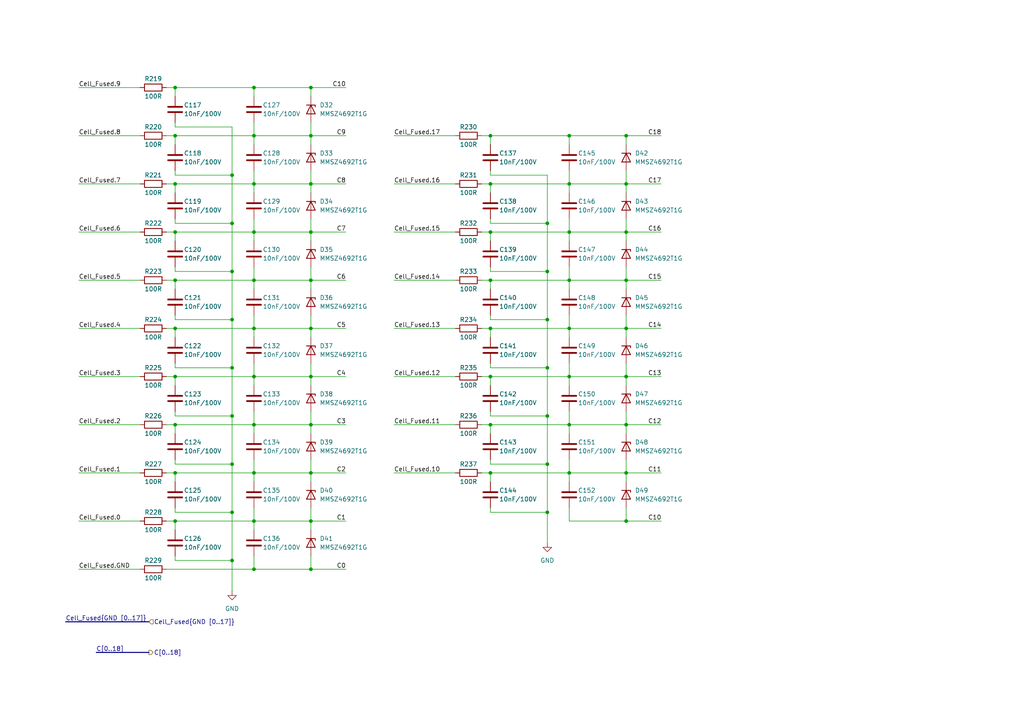
<source format=kicad_sch>
(kicad_sch (version 20230121) (generator eeschema)
  (paper "A4")
  (lib_symbols
    (symbol "Device:C" (pin_numbers hide) (pin_names (offset 0.254))
      (property "Reference" "C" (at 0.635 2.54 0))
      (property "Value" "C" (at 0.635 -2.54 0))
      (symbol "C_0_1"
        (polyline (pts (xy -2.032 -0.762) (xy 2.032 -0.762)) (stroke (width 0.508)))
        (polyline (pts (xy -2.032 0.762) (xy 2.032 0.762)) (stroke (width 0.508)))
      )
      (symbol "C_1_1"
        (pin passive line (at 0 3.81 270) (length 2.794) (name "~") (number "1"))
        (pin passive line (at 0 -3.81 90) (length 2.794) (name "~") (number "2"))
      )
    )
    (symbol "Device:D_Zener" (pin_numbers hide) (pin_names (offset 1.016) hide)
      (property "Reference" "D" (at 0 2.54 0))
      (property "Value" "D_Zener" (at 0 -2.54 0))
      (symbol "D_Zener_0_1"
        (polyline (pts (xy 1.27 0) (xy -1.27 0)))
        (polyline (pts (xy -1.27 -1.27) (xy -1.27 1.27) (xy -0.762 1.27)) (stroke (width 0.254)))
        (polyline (pts (xy 1.27 -1.27) (xy 1.27 1.27) (xy -1.27 0) (xy 1.27 -1.27)) (stroke (width 0.254)))
      )
      (symbol "D_Zener_1_1"
        (pin passive line (at -3.81 0 0) (length 2.54) (name "K") (number "1"))
        (pin passive line (at 3.81 0 180) (length 2.54) (name "A") (number "2"))
      )
    )
    (symbol "Device:R" (pin_numbers hide) (pin_names (offset 0))
      (property "Reference" "R" (at 2.032 0 90))
      (property "Value" "R" (at 0 0 90))
      (symbol "R_0_1"
        (rectangle (start -1.016 -2.54) (end 1.016 2.54) (stroke (width 0.254)))
      )
      (symbol "R_1_1"
        (pin passive line (at 0 3.81 270) (length 1.27) (name "~") (number "1"))
        (pin passive line (at 0 -3.81 90) (length 1.27) (name "~") (number "2"))
      )
    )
    (symbol "power:GND" (power) (pin_names (offset 0))
      (property "Value" "GND" (at 0 -3.81 0))
      (symbol "GND_0_1"
        (polyline (pts (xy 0 0) (xy 0 -1.27) (xy 1.27 -1.27) (xy 0 -2.54) (xy -1.27 -1.27) (xy 0 -1.27)))
      )
      (symbol "GND_1_1"
        (pin power_in line (at 0 0 270) (length 0) hide (name "GND") (number "1"))
      )
    )
  )
  (junction (at 50.8 25.4))
  (junction (at 165.1 39.37))
  (junction (at 181.61 39.37))
  (junction (at 90.17 25.4))
  (junction (at 181.61 109.22))
  (junction (at 90.17 151.13))
  (junction (at 142.24 53.34))
  (junction (at 50.8 95.25))
  (junction (at 158.75 78.74))
  (junction (at 90.17 53.34))
  (junction (at 50.8 39.37))
  (junction (at 73.66 123.19))
  (junction (at 142.24 123.19))
  (junction (at 90.17 81.28))
  (junction (at 67.31 106.68))
  (junction (at 73.66 25.4))
  (junction (at 165.1 95.25))
  (junction (at 73.66 137.16))
  (junction (at 142.24 39.37))
  (junction (at 67.31 162.56))
  (junction (at 165.1 109.22))
  (junction (at 158.75 148.59))
  (junction (at 67.31 148.59))
  (junction (at 158.75 64.77))
  (junction (at 181.61 151.13))
  (junction (at 165.1 137.16))
  (junction (at 67.31 50.8))
  (junction (at 50.8 151.13))
  (junction (at 50.8 81.28))
  (junction (at 142.24 67.31))
  (junction (at 181.61 81.28))
  (junction (at 165.1 81.28))
  (junction (at 73.66 67.31))
  (junction (at 90.17 137.16))
  (junction (at 50.8 53.34))
  (junction (at 165.1 67.31))
  (junction (at 73.66 165.1))
  (junction (at 67.31 134.62))
  (junction (at 50.8 109.22))
  (junction (at 67.31 64.77))
  (junction (at 165.1 123.19))
  (junction (at 73.66 81.28))
  (junction (at 90.17 165.1))
  (junction (at 90.17 109.22))
  (junction (at 90.17 67.31))
  (junction (at 158.75 134.62))
  (junction (at 90.17 95.25))
  (junction (at 73.66 39.37))
  (junction (at 142.24 81.28))
  (junction (at 50.8 137.16))
  (junction (at 181.61 67.31))
  (junction (at 158.75 92.71))
  (junction (at 181.61 123.19))
  (junction (at 142.24 95.25))
  (junction (at 90.17 123.19))
  (junction (at 67.31 120.65))
  (junction (at 50.8 123.19))
  (junction (at 181.61 137.16))
  (junction (at 73.66 95.25))
  (junction (at 90.17 39.37))
  (junction (at 67.31 78.74))
  (junction (at 181.61 53.34))
  (junction (at 158.75 120.65))
  (junction (at 73.66 109.22))
  (junction (at 73.66 53.34))
  (junction (at 158.75 106.68))
  (junction (at 73.66 151.13))
  (junction (at 142.24 137.16))
  (junction (at 142.24 109.22))
  (junction (at 165.1 53.34))
  (junction (at 50.8 67.31))
  (junction (at 181.61 95.25))
  (junction (at 67.31 92.71))
  (wire (pts (xy 50.8 123.19) (xy 73.66 123.19)))
  (wire (pts (xy 73.66 81.28) (xy 73.66 83.82)))
  (wire (pts (xy 50.8 39.37) (xy 73.66 39.37)))
  (wire (pts (xy 50.8 39.37) (xy 50.8 41.91)))
  (wire (pts (xy 90.17 81.28) (xy 100.33 81.28)))
  (wire (pts (xy 50.8 109.22) (xy 50.8 111.76)))
  (wire (pts (xy 90.17 77.47) (xy 90.17 81.28)))
  (wire (pts (xy 50.8 25.4) (xy 73.66 25.4)))
  (wire (pts (xy 67.31 36.83) (xy 67.31 50.8)))
  (wire (pts (xy 142.24 123.19) (xy 165.1 123.19)))
  (wire (pts (xy 90.17 151.13) (xy 100.33 151.13)))
  (wire (pts (xy 139.7 95.25) (xy 142.24 95.25)))
  (wire (pts (xy 142.24 53.34) (xy 165.1 53.34)))
  (wire (pts (xy 73.66 105.41) (xy 73.66 109.22)))
  (wire (pts (xy 50.8 50.8) (xy 67.31 50.8)))
  (wire (pts (xy 73.66 109.22) (xy 73.66 111.76)))
  (wire (pts (xy 181.61 53.34) (xy 191.77 53.34)))
  (wire (pts (xy 165.1 119.38) (xy 165.1 123.19)))
  (wire (pts (xy 142.24 78.74) (xy 158.75 78.74)))
  (wire (pts (xy 90.17 63.5) (xy 90.17 67.31)))
  (wire (pts (xy 73.66 81.28) (xy 90.17 81.28)))
  (wire (pts (xy 165.1 95.25) (xy 165.1 97.79)))
  (wire (pts (xy 73.66 91.44) (xy 73.66 95.25)))
  (wire (pts (xy 22.86 81.28) (xy 40.64 81.28)))
  (wire (pts (xy 67.31 106.68) (xy 67.31 120.65)))
  (wire (pts (xy 142.24 147.32) (xy 142.24 148.59)))
  (wire (pts (xy 181.61 63.5) (xy 181.61 67.31)))
  (wire (pts (xy 50.8 147.32) (xy 50.8 148.59)))
  (wire (pts (xy 114.3 95.25) (xy 132.08 95.25)))
  (wire (pts (xy 90.17 67.31) (xy 90.17 69.85)))
  (wire (pts (xy 114.3 81.28) (xy 132.08 81.28)))
  (wire (pts (xy 50.8 133.35) (xy 50.8 134.62)))
  (wire (pts (xy 158.75 148.59) (xy 158.75 157.48)))
  (wire (pts (xy 73.66 67.31) (xy 73.66 69.85)))
  (wire (pts (xy 90.17 137.16) (xy 100.33 137.16)))
  (wire (pts (xy 48.26 123.19) (xy 50.8 123.19)))
  (wire (pts (xy 50.8 151.13) (xy 73.66 151.13)))
  (wire (pts (xy 90.17 95.25) (xy 100.33 95.25)))
  (wire (pts (xy 50.8 81.28) (xy 73.66 81.28)))
  (wire (pts (xy 142.24 123.19) (xy 142.24 125.73)))
  (wire (pts (xy 22.86 123.19) (xy 40.64 123.19)))
  (wire (pts (xy 165.1 39.37) (xy 165.1 41.91)))
  (wire (pts (xy 114.3 137.16) (xy 132.08 137.16)))
  (wire (pts (xy 142.24 49.53) (xy 142.24 50.8)))
  (wire (pts (xy 165.1 49.53) (xy 165.1 53.34)))
  (wire (pts (xy 165.1 67.31) (xy 181.61 67.31)))
  (wire (pts (xy 165.1 105.41) (xy 165.1 109.22)))
  (wire (pts (xy 90.17 25.4) (xy 100.33 25.4)))
  (wire (pts (xy 22.86 109.22) (xy 40.64 109.22)))
  (wire (pts (xy 73.66 63.5) (xy 73.66 67.31)))
  (wire (pts (xy 90.17 109.22) (xy 100.33 109.22)))
  (wire (pts (xy 165.1 81.28) (xy 165.1 83.82)))
  (wire (pts (xy 139.7 137.16) (xy 142.24 137.16)))
  (wire (pts (xy 165.1 151.13) (xy 181.61 151.13)))
  (wire (pts (xy 22.86 95.25) (xy 40.64 95.25)))
  (wire (pts (xy 48.26 25.4) (xy 50.8 25.4)))
  (wire (pts (xy 142.24 119.38) (xy 142.24 120.65)))
  (wire (pts (xy 142.24 106.68) (xy 158.75 106.68)))
  (wire (pts (xy 165.1 137.16) (xy 165.1 139.7)))
  (wire (pts (xy 90.17 95.25) (xy 90.17 97.79)))
  (wire (pts (xy 139.7 67.31) (xy 142.24 67.31)))
  (wire (pts (xy 165.1 109.22) (xy 165.1 111.76)))
  (wire (pts (xy 73.66 25.4) (xy 90.17 25.4)))
  (wire (pts (xy 181.61 95.25) (xy 181.61 97.79)))
  (wire (pts (xy 90.17 133.35) (xy 90.17 137.16)))
  (wire (pts (xy 50.8 25.4) (xy 50.8 27.94)))
  (wire (pts (xy 50.8 81.28) (xy 50.8 83.82)))
  (wire (pts (xy 50.8 161.29) (xy 50.8 162.56)))
  (wire (pts (xy 181.61 109.22) (xy 181.61 111.76)))
  (wire (pts (xy 73.66 49.53) (xy 73.66 53.34)))
  (wire (pts (xy 50.8 64.77) (xy 67.31 64.77)))
  (wire (pts (xy 50.8 123.19) (xy 50.8 125.73)))
  (wire (pts (xy 181.61 105.41) (xy 181.61 109.22)))
  (wire (pts (xy 142.24 137.16) (xy 165.1 137.16)))
  (wire (pts (xy 48.26 109.22) (xy 50.8 109.22)))
  (wire (pts (xy 165.1 91.44) (xy 165.1 95.25)))
  (wire (pts (xy 158.75 134.62) (xy 158.75 148.59)))
  (wire (pts (xy 139.7 39.37) (xy 142.24 39.37)))
  (wire (pts (xy 114.3 67.31) (xy 132.08 67.31)))
  (wire (pts (xy 73.66 123.19) (xy 73.66 125.73)))
  (wire (pts (xy 73.66 95.25) (xy 73.66 97.79)))
  (wire (pts (xy 73.66 119.38) (xy 73.66 123.19)))
  (wire (pts (xy 73.66 35.56) (xy 73.66 39.37)))
  (wire (pts (xy 67.31 64.77) (xy 67.31 78.74)))
  (wire (pts (xy 90.17 35.56) (xy 90.17 39.37)))
  (wire (pts (xy 142.24 109.22) (xy 165.1 109.22)))
  (wire (pts (xy 22.86 137.16) (xy 40.64 137.16)))
  (wire (pts (xy 181.61 133.35) (xy 181.61 137.16)))
  (wire (pts (xy 90.17 81.28) (xy 90.17 83.82)))
  (wire (pts (xy 50.8 162.56) (xy 67.31 162.56)))
  (wire (pts (xy 181.61 119.38) (xy 181.61 123.19)))
  (wire (pts (xy 90.17 123.19) (xy 100.33 123.19)))
  (wire (pts (xy 73.66 39.37) (xy 90.17 39.37)))
  (wire (pts (xy 73.66 133.35) (xy 73.66 137.16)))
  (wire (pts (xy 73.66 67.31) (xy 90.17 67.31)))
  (wire (pts (xy 50.8 120.65) (xy 67.31 120.65)))
  (wire (pts (xy 67.31 120.65) (xy 67.31 134.62)))
  (wire (pts (xy 142.24 50.8) (xy 158.75 50.8)))
  (wire (pts (xy 158.75 106.68) (xy 158.75 120.65)))
  (wire (pts (xy 73.66 109.22) (xy 90.17 109.22)))
  (wire (pts (xy 142.24 109.22) (xy 142.24 111.76)))
  (wire (pts (xy 67.31 162.56) (xy 67.31 171.45)))
  (wire (pts (xy 142.24 67.31) (xy 142.24 69.85)))
  (wire (pts (xy 73.66 151.13) (xy 73.66 153.67)))
  (wire (pts (xy 73.66 161.29) (xy 73.66 165.1)))
  (wire (pts (xy 90.17 109.22) (xy 90.17 111.76)))
  (wire (pts (xy 90.17 119.38) (xy 90.17 123.19)))
  (wire (pts (xy 48.26 151.13) (xy 50.8 151.13)))
  (wire (pts (xy 90.17 39.37) (xy 90.17 41.91)))
  (wire (pts (xy 165.1 63.5) (xy 165.1 67.31)))
  (wire (pts (xy 158.75 92.71) (xy 158.75 106.68)))
  (wire (pts (xy 50.8 92.71) (xy 67.31 92.71)))
  (wire (pts (xy 165.1 39.37) (xy 181.61 39.37)))
  (wire (pts (xy 165.1 123.19) (xy 181.61 123.19)))
  (wire (pts (xy 73.66 123.19) (xy 90.17 123.19)))
  (wire (pts (xy 73.66 137.16) (xy 73.66 139.7)))
  (wire (pts (xy 142.24 92.71) (xy 158.75 92.71)))
  (wire (pts (xy 142.24 39.37) (xy 165.1 39.37)))
  (wire (pts (xy 114.3 109.22) (xy 132.08 109.22)))
  (wire (pts (xy 158.75 120.65) (xy 158.75 134.62)))
  (wire (pts (xy 165.1 81.28) (xy 181.61 81.28)))
  (wire (pts (xy 181.61 67.31) (xy 181.61 69.85)))
  (wire (pts (xy 165.1 77.47) (xy 165.1 81.28)))
  (wire (pts (xy 142.24 67.31) (xy 165.1 67.31)))
  (wire (pts (xy 114.3 53.34) (xy 132.08 53.34)))
  (wire (pts (xy 48.26 165.1) (xy 73.66 165.1)))
  (wire (pts (xy 50.8 106.68) (xy 67.31 106.68)))
  (wire (pts (xy 142.24 133.35) (xy 142.24 134.62)))
  (wire (pts (xy 50.8 49.53) (xy 50.8 50.8)))
  (wire (pts (xy 181.61 137.16) (xy 181.61 139.7)))
  (wire (pts (xy 142.24 81.28) (xy 142.24 83.82)))
  (wire (pts (xy 67.31 50.8) (xy 67.31 64.77)))
  (wire (pts (xy 181.61 109.22) (xy 191.77 109.22)))
  (wire (pts (xy 90.17 39.37) (xy 100.33 39.37)))
  (wire (pts (xy 50.8 36.83) (xy 67.31 36.83)))
  (bus (pts (xy 19.05 180.34) (xy 43.18 180.34)))
  (wire (pts (xy 50.8 77.47) (xy 50.8 78.74)))
  (wire (pts (xy 181.61 81.28) (xy 181.61 83.82)))
  (wire (pts (xy 50.8 134.62) (xy 67.31 134.62)))
  (wire (pts (xy 165.1 53.34) (xy 181.61 53.34)))
  (wire (pts (xy 50.8 91.44) (xy 50.8 92.71)))
  (wire (pts (xy 165.1 53.34) (xy 165.1 55.88)))
  (wire (pts (xy 165.1 95.25) (xy 181.61 95.25)))
  (wire (pts (xy 50.8 137.16) (xy 73.66 137.16)))
  (wire (pts (xy 181.61 95.25) (xy 191.77 95.25)))
  (wire (pts (xy 50.8 119.38) (xy 50.8 120.65)))
  (wire (pts (xy 50.8 67.31) (xy 50.8 69.85)))
  (wire (pts (xy 90.17 123.19) (xy 90.17 125.73)))
  (wire (pts (xy 90.17 53.34) (xy 90.17 55.88)))
  (wire (pts (xy 165.1 67.31) (xy 165.1 69.85)))
  (wire (pts (xy 142.24 105.41) (xy 142.24 106.68)))
  (wire (pts (xy 142.24 63.5) (xy 142.24 64.77)))
  (wire (pts (xy 50.8 95.25) (xy 50.8 97.79)))
  (wire (pts (xy 67.31 148.59) (xy 67.31 162.56)))
  (wire (pts (xy 90.17 91.44) (xy 90.17 95.25)))
  (wire (pts (xy 67.31 134.62) (xy 67.31 148.59)))
  (wire (pts (xy 50.8 78.74) (xy 67.31 78.74)))
  (wire (pts (xy 48.26 39.37) (xy 50.8 39.37)))
  (wire (pts (xy 22.86 53.34) (xy 40.64 53.34)))
  (wire (pts (xy 50.8 63.5) (xy 50.8 64.77)))
  (wire (pts (xy 181.61 123.19) (xy 181.61 125.73)))
  (wire (pts (xy 139.7 53.34) (xy 142.24 53.34)))
  (wire (pts (xy 50.8 53.34) (xy 73.66 53.34)))
  (wire (pts (xy 142.24 95.25) (xy 142.24 97.79)))
  (wire (pts (xy 142.24 53.34) (xy 142.24 55.88)))
  (wire (pts (xy 181.61 81.28) (xy 191.77 81.28)))
  (wire (pts (xy 48.26 53.34) (xy 50.8 53.34)))
  (wire (pts (xy 90.17 147.32) (xy 90.17 151.13)))
  (wire (pts (xy 90.17 25.4) (xy 90.17 27.94)))
  (wire (pts (xy 181.61 67.31) (xy 191.77 67.31)))
  (wire (pts (xy 181.61 147.32) (xy 181.61 151.13)))
  (wire (pts (xy 22.86 25.4) (xy 40.64 25.4)))
  (wire (pts (xy 50.8 53.34) (xy 50.8 55.88)))
  (wire (pts (xy 73.66 25.4) (xy 73.66 27.94)))
  (wire (pts (xy 181.61 49.53) (xy 181.61 53.34)))
  (wire (pts (xy 165.1 137.16) (xy 181.61 137.16)))
  (wire (pts (xy 165.1 147.32) (xy 165.1 151.13)))
  (wire (pts (xy 165.1 133.35) (xy 165.1 137.16)))
  (wire (pts (xy 67.31 92.71) (xy 67.31 106.68)))
  (wire (pts (xy 73.66 53.34) (xy 73.66 55.88)))
  (wire (pts (xy 67.31 78.74) (xy 67.31 92.71)))
  (wire (pts (xy 50.8 148.59) (xy 67.31 148.59)))
  (wire (pts (xy 114.3 123.19) (xy 132.08 123.19)))
  (wire (pts (xy 139.7 123.19) (xy 142.24 123.19)))
  (wire (pts (xy 73.66 151.13) (xy 90.17 151.13)))
  (wire (pts (xy 90.17 49.53) (xy 90.17 53.34)))
  (wire (pts (xy 142.24 81.28) (xy 165.1 81.28)))
  (wire (pts (xy 181.61 137.16) (xy 191.77 137.16)))
  (wire (pts (xy 73.66 77.47) (xy 73.66 81.28)))
  (wire (pts (xy 50.8 109.22) (xy 73.66 109.22)))
  (wire (pts (xy 22.86 67.31) (xy 40.64 67.31)))
  (wire (pts (xy 90.17 137.16) (xy 90.17 139.7)))
  (wire (pts (xy 181.61 39.37) (xy 181.61 41.91)))
  (wire (pts (xy 158.75 50.8) (xy 158.75 64.77)))
  (wire (pts (xy 165.1 123.19) (xy 165.1 125.73)))
  (wire (pts (xy 73.66 147.32) (xy 73.66 151.13)))
  (wire (pts (xy 50.8 137.16) (xy 50.8 139.7)))
  (wire (pts (xy 142.24 77.47) (xy 142.24 78.74)))
  (wire (pts (xy 22.86 151.13) (xy 40.64 151.13)))
  (wire (pts (xy 142.24 91.44) (xy 142.24 92.71)))
  (wire (pts (xy 90.17 105.41) (xy 90.17 109.22)))
  (wire (pts (xy 48.26 81.28) (xy 50.8 81.28)))
  (wire (pts (xy 73.66 165.1) (xy 90.17 165.1)))
  (wire (pts (xy 181.61 53.34) (xy 181.61 55.88)))
  (wire (pts (xy 165.1 109.22) (xy 181.61 109.22)))
  (bus (pts (xy 27.94 189.23) (xy 43.18 189.23)))
  (wire (pts (xy 114.3 39.37) (xy 132.08 39.37)))
  (wire (pts (xy 90.17 67.31) (xy 100.33 67.31)))
  (wire (pts (xy 22.86 165.1) (xy 40.64 165.1)))
  (wire (pts (xy 181.61 77.47) (xy 181.61 81.28)))
  (wire (pts (xy 142.24 120.65) (xy 158.75 120.65)))
  (wire (pts (xy 50.8 67.31) (xy 73.66 67.31)))
  (wire (pts (xy 48.26 67.31) (xy 50.8 67.31)))
  (wire (pts (xy 142.24 95.25) (xy 165.1 95.25)))
  (wire (pts (xy 50.8 151.13) (xy 50.8 153.67)))
  (wire (pts (xy 181.61 91.44) (xy 181.61 95.25)))
  (wire (pts (xy 142.24 39.37) (xy 142.24 41.91)))
  (wire (pts (xy 181.61 151.13) (xy 191.77 151.13)))
  (wire (pts (xy 142.24 148.59) (xy 158.75 148.59)))
  (wire (pts (xy 48.26 137.16) (xy 50.8 137.16)))
  (wire (pts (xy 142.24 64.77) (xy 158.75 64.77)))
  (wire (pts (xy 142.24 134.62) (xy 158.75 134.62)))
  (wire (pts (xy 139.7 81.28) (xy 142.24 81.28)))
  (wire (pts (xy 73.66 53.34) (xy 90.17 53.34)))
  (wire (pts (xy 73.66 95.25) (xy 90.17 95.25)))
  (wire (pts (xy 139.7 109.22) (xy 142.24 109.22)))
  (wire (pts (xy 50.8 105.41) (xy 50.8 106.68)))
  (wire (pts (xy 73.66 39.37) (xy 73.66 41.91)))
  (wire (pts (xy 22.86 39.37) (xy 40.64 39.37)))
  (wire (pts (xy 90.17 53.34) (xy 100.33 53.34)))
  (wire (pts (xy 181.61 123.19) (xy 191.77 123.19)))
  (wire (pts (xy 158.75 78.74) (xy 158.75 92.71)))
  (wire (pts (xy 142.24 137.16) (xy 142.24 139.7)))
  (wire (pts (xy 73.66 137.16) (xy 90.17 137.16)))
  (wire (pts (xy 181.61 39.37) (xy 191.77 39.37)))
  (wire (pts (xy 90.17 165.1) (xy 100.33 165.1)))
  (wire (pts (xy 50.8 95.25) (xy 73.66 95.25)))
  (wire (pts (xy 90.17 151.13) (xy 90.17 153.67)))
  (wire (pts (xy 90.17 161.29) (xy 90.17 165.1)))
  (wire (pts (xy 158.75 64.77) (xy 158.75 78.74)))
  (wire (pts (xy 50.8 35.56) (xy 50.8 36.83)))
  (wire (pts (xy 48.26 95.25) (xy 50.8 95.25)))
  (label "Cell_Fused.16" (at 114.3 53.34 0))
  (label "C9" (at 100.33 39.37 180))
  (label "C2" (at 100.33 137.16 180))
  (label "Cell_Fused.2" (at 22.86 123.19 0))
  (label "C1" (at 100.33 151.13 180))
  (label "C12" (at 187.96 123.19 0))
  (label "C5" (at 100.33 95.25 180))
  (label "Cell_Fused.9" (at 22.86 25.4 0))
  (label "C4" (at 100.33 109.22 180))
  (label "Cell_Fused.11" (at 114.3 123.19 0))
  (label "Cell_Fused.3" (at 22.86 109.22 0))
  (label "C17" (at 187.96 53.34 0))
  (label "C6" (at 100.33 81.28 180))
  (label "C8" (at 100.33 53.34 180))
  (label "C3" (at 100.33 123.19 180))
  (label "Cell_Fused.13" (at 114.3 95.25 0))
  (label "Cell_Fused.15" (at 114.3 67.31 0))
  (label "Cell_Fused.17" (at 114.3 39.37 0))
  (label "C10" (at 187.96 151.13 0))
  (label "Cell_Fused.6" (at 22.86 67.31 0))
  (label "Cell_Fused.7" (at 22.86 53.34 0))
  (label "Cell_Fused.14" (at 114.3 81.28 0))
  (label "C16" (at 187.96 67.31 0))
  (label "C0" (at 100.33 165.1 180))
  (label "Cell_Fused{GND [0..17]}" (at 19.05 180.34 0))
  (label "Cell_Fused.GND" (at 22.86 165.1 0))
  (label "C14" (at 187.96 95.25 0))
  (label "C10" (at 100.33 25.4 180))
  (label "Cell_Fused.5" (at 22.86 81.28 0))
  (label "C15" (at 187.96 81.28 0))
  (label "Cell_Fused.12" (at 114.3 109.22 0))
  (label "Cell_Fused.4" (at 22.86 95.25 0))
  (label "C18" (at 187.96 39.37 0))
  (label "C13" (at 187.96 109.22 0))
  (label "Cell_Fused.8" (at 22.86 39.37 0))
  (label "C11" (at 187.96 137.16 0))
  (label "Cell_Fused.0" (at 22.86 151.13 0))
  (label "Cell_Fused.1" (at 22.86 137.16 0))
  (label "C7" (at 100.33 67.31 180))
  (label "Cell_Fused.10" (at 114.3 137.16 0))
  (label "C[0..18]" (at 27.94 189.23 0))
  (hierarchical_label "Cell_Fused{GND [0..17]}" (shape input) (at 43.18 180.34 0))
  (hierarchical_label "C[0..18]" (shape output) (at 43.18 189.23 0))
  (symbol (lib_id "Device:D_Zener") (at 181.61 59.69 270) (unit 1)
    (property "Reference" "D17" (at 184.15 58.42 90) (effects (justify left)))
    (property "Value" "MMSZ4692T1G" (at 184.15 60.96 90) (effects (justify left)))
    (property "Footprint" "Diode_SMD:D_SOD-123" (effects hide))
    (instances (project "BMS-Slave" (path "" (reference "D43") (unit 1))))
  )
  (symbol (lib_id "Device:C") (at 142.24 87.63 0) (unit 1)
    (property "Reference" "C29" (at 144.78 86.36 0) (effects (justify left)))
    (property "Value" "10nF/100V" (at 144.78 88.9 0) (effects (justify left)))
    (property "Footprint" "Capacitor_SMD:C_0603_1608Metric_Pad1.08x0.95mm_HandSolder" (effects hide))
    (instances (project "BMS-Slave" (path "" (reference "C140") (unit 1))))
  )
  (symbol (lib_id "Device:C") (at 73.66 31.75 0) (unit 1)
    (property "Reference" "C20" (at 76.2 30.48 0) (effects (justify left)))
    (property "Value" "10nF/100V" (at 76.2 33.02 0) (effects (justify left)))
    (property "Footprint" "Capacitor_SMD:C_0603_1608Metric_Pad1.08x0.95mm_HandSolder" (effects hide))
    (instances (project "BMS-Slave" (path "" (reference "C127") (unit 1))))
  )
  (symbol (lib_id "Device:D_Zener") (at 181.61 115.57 270) (unit 1)
    (property "Reference" "D13" (at 184.15 114.3 90) (effects (justify left)))
    (property "Value" "MMSZ4692T1G" (at 184.15 116.84 90) (effects (justify left)))
    (property "Footprint" "Diode_SMD:D_SOD-123" (effects hide))
    (instances (project "BMS-Slave" (path "" (reference "D47") (unit 1))))
  )
  (symbol (lib_id "Device:R") (at 44.45 109.22 90) (unit 1)
    (property "Reference" "R5" (at 44.45 106.68 90))
    (property "Value" "100R" (at 44.45 111.76 90))
    (property "Footprint" "Resistor_SMD:R_0603_1608Metric_Pad0.98x0.95mm_HandSolder" (effects hide))
    (instances (project "BMS-Slave" (path "" (reference "R225") (unit 1))))
  )
  (symbol (lib_id "Device:C") (at 50.8 45.72 0) (unit 1)
    (property "Reference" "C17" (at 53.34 44.45 0) (effects (justify left)))
    (property "Value" "10nF/100V" (at 53.34 46.99 0) (effects (justify left)))
    (property "Footprint" "Capacitor_SMD:C_0603_1608Metric_Pad1.08x0.95mm_HandSolder" (effects hide))
    (instances (project "BMS-Slave" (path "" (reference "C118") (unit 1))))
  )
  (symbol (lib_id "Device:C") (at 73.66 45.72 0) (unit 1)
    (property "Reference" "C18" (at 76.2 44.45 0) (effects (justify left)))
    (property "Value" "10nF/100V" (at 76.2 46.99 0) (effects (justify left)))
    (property "Footprint" "Capacitor_SMD:C_0603_1608Metric_Pad1.08x0.95mm_HandSolder" (effects hide))
    (instances (project "BMS-Slave" (path "" (reference "C128") (unit 1))))
  )
  (symbol (lib_id "Device:R") (at 44.45 25.4 90) (unit 1)
    (property "Reference" "R11" (at 44.45 22.86 90))
    (property "Value" "100R" (at 44.45 27.94 90))
    (property "Footprint" "Resistor_SMD:R_0603_1608Metric_Pad0.98x0.95mm_HandSolder" (effects hide))
    (instances (project "BMS-Slave" (path "" (reference "R219") (unit 1))))
  )
  (symbol (lib_id "Device:R") (at 44.45 95.25 90) (unit 1)
    (property "Reference" "R6" (at 44.45 92.71 90))
    (property "Value" "100R" (at 44.45 97.79 90))
    (property "Footprint" "Resistor_SMD:R_0603_1608Metric_Pad0.98x0.95mm_HandSolder" (effects hide))
    (instances (project "BMS-Slave" (path "" (reference "R224") (unit 1))))
  )
  (symbol (lib_id "Device:D_Zener") (at 181.61 73.66 270) (unit 1)
    (property "Reference" "D16" (at 184.15 72.39 90) (effects (justify left)))
    (property "Value" "MMSZ4692T1G" (at 184.15 74.93 90) (effects (justify left)))
    (property "Footprint" "Diode_SMD:D_SOD-123" (effects hide))
    (instances (project "BMS-Slave" (path "" (reference "D44") (unit 1))))
  )
  (symbol (lib_id "Device:C") (at 165.1 87.63 0) (unit 1)
    (property "Reference" "C30" (at 167.64 86.36 0) (effects (justify left)))
    (property "Value" "10nF/100V" (at 167.64 88.9 0) (effects (justify left)))
    (property "Footprint" "Capacitor_SMD:C_0603_1608Metric_Pad1.08x0.95mm_HandSolder" (effects hide))
    (instances (project "BMS-Slave" (path "" (reference "C148") (unit 1))))
  )
  (symbol (lib_id "Device:R") (at 135.89 137.16 90) (unit 1)
    (property "Reference" "R12" (at 135.89 134.62 90))
    (property "Value" "100R" (at 135.89 139.7 90))
    (property "Footprint" "Resistor_SMD:R_0603_1608Metric_Pad0.98x0.95mm_HandSolder" (effects hide))
    (instances (project "BMS-Slave" (path "" (reference "R237") (unit 1))))
  )
  (symbol (lib_id "Device:R") (at 135.89 53.34 90) (unit 1)
    (property "Reference" "R18" (at 135.89 50.8 90))
    (property "Value" "100R" (at 135.89 55.88 90))
    (property "Footprint" "Resistor_SMD:R_0603_1608Metric_Pad0.98x0.95mm_HandSolder" (effects hide))
    (instances (project "BMS-Slave" (path "" (reference "R231") (unit 1))))
  )
  (symbol (lib_id "Device:C") (at 165.1 143.51 0) (unit 1)
    (property "Reference" "C22" (at 167.64 142.24 0) (effects (justify left)))
    (property "Value" "10nF/100V" (at 167.64 144.78 0) (effects (justify left)))
    (property "Footprint" "Capacitor_SMD:C_0603_1608Metric_Pad1.08x0.95mm_HandSolder" (effects hide))
    (instances (project "BMS-Slave" (path "" (reference "C152") (unit 1))))
  )
  (symbol (lib_id "Device:D_Zener") (at 90.17 115.57 270) (unit 1)
    (property "Reference" "D4" (at 92.71 114.3 90) (effects (justify left)))
    (property "Value" "MMSZ4692T1G" (at 92.71 116.84 90) (effects (justify left)))
    (property "Footprint" "Diode_SMD:D_SOD-123" (effects hide))
    (instances (project "BMS-Slave" (path "" (reference "D38") (unit 1))))
  )
  (symbol (lib_id "Device:D_Zener") (at 181.61 101.6 270) (unit 1)
    (property "Reference" "D14" (at 184.15 100.33 90) (effects (justify left)))
    (property "Value" "MMSZ4692T1G" (at 184.15 102.87 90) (effects (justify left)))
    (property "Footprint" "Diode_SMD:D_SOD-123" (effects hide))
    (instances (project "BMS-Slave" (path "" (reference "D46") (unit 1))))
  )
  (symbol (lib_id "Device:D_Zener") (at 181.61 45.72 270) (unit 1)
    (property "Reference" "D18" (at 184.15 44.45 90) (effects (justify left)))
    (property "Value" "MMSZ4692T1G" (at 184.15 46.99 90) (effects (justify left)))
    (property "Footprint" "Diode_SMD:D_SOD-123" (effects hide))
    (instances (project "BMS-Slave" (path "" (reference "D42") (unit 1))))
  )
  (symbol (lib_id "Device:R") (at 135.89 67.31 90) (unit 1)
    (property "Reference" "R17" (at 135.89 64.77 90))
    (property "Value" "100R" (at 135.89 69.85 90))
    (property "Footprint" "Resistor_SMD:R_0603_1608Metric_Pad0.98x0.95mm_HandSolder" (effects hide))
    (instances (project "BMS-Slave" (path "" (reference "R232") (unit 1))))
  )
  (symbol (lib_id "Device:R") (at 135.89 81.28 90) (unit 1)
    (property "Reference" "R16" (at 135.89 78.74 90))
    (property "Value" "100R" (at 135.89 83.82 90))
    (property "Footprint" "Resistor_SMD:R_0603_1608Metric_Pad0.98x0.95mm_HandSolder" (effects hide))
    (instances (project "BMS-Slave" (path "" (reference "R233") (unit 1))))
  )
  (symbol (lib_id "Device:C") (at 142.24 73.66 0) (unit 1)
    (property "Reference" "C31" (at 144.78 72.39 0) (effects (justify left)))
    (property "Value" "10nF/100V" (at 144.78 74.93 0) (effects (justify left)))
    (property "Footprint" "Capacitor_SMD:C_0603_1608Metric_Pad1.08x0.95mm_HandSolder" (effects hide))
    (instances (project "BMS-Slave" (path "" (reference "C139") (unit 1))))
  )
  (symbol (lib_id "Device:D_Zener") (at 181.61 129.54 270) (unit 1)
    (property "Reference" "D12" (at 184.15 128.27 90) (effects (justify left)))
    (property "Value" "MMSZ4692T1G" (at 184.15 130.81 90) (effects (justify left)))
    (property "Footprint" "Diode_SMD:D_SOD-123" (effects hide))
    (instances (project "BMS-Slave" (path "" (reference "D48") (unit 1))))
  )
  (symbol (lib_id "Device:C") (at 165.1 45.72 0) (unit 1)
    (property "Reference" "C36" (at 167.64 44.45 0) (effects (justify left)))
    (property "Value" "10nF/100V" (at 167.64 46.99 0) (effects (justify left)))
    (property "Footprint" "Capacitor_SMD:C_0603_1608Metric_Pad1.08x0.95mm_HandSolder" (effects hide))
    (instances (project "BMS-Slave" (path "" (reference "C145") (unit 1))))
  )
  (symbol (lib_id "Device:D_Zener") (at 181.61 143.51 270) (unit 1)
    (property "Reference" "D11" (at 184.15 142.24 90) (effects (justify left)))
    (property "Value" "MMSZ4692T1G" (at 184.15 144.78 90) (effects (justify left)))
    (property "Footprint" "Diode_SMD:D_SOD-123" (effects hide))
    (instances (project "BMS-Slave" (path "" (reference "D49") (unit 1))))
  )
  (symbol (lib_id "Device:C") (at 50.8 59.69 0) (unit 1)
    (property "Reference" "C15" (at 53.34 58.42 0) (effects (justify left)))
    (property "Value" "10nF/100V" (at 53.34 60.96 0) (effects (justify left)))
    (property "Footprint" "Capacitor_SMD:C_0603_1608Metric_Pad1.08x0.95mm_HandSolder" (effects hide))
    (instances (project "BMS-Slave" (path "" (reference "C119") (unit 1))))
  )
  (symbol (lib_id "Device:R") (at 44.45 165.1 90) (unit 1)
    (property "Reference" "R1" (at 44.45 162.56 90))
    (property "Value" "100R" (at 44.45 167.64 90))
    (property "Footprint" "Resistor_SMD:R_0603_1608Metric_Pad0.98x0.95mm_HandSolder" (effects hide))
    (instances (project "BMS-Slave" (path "" (reference "R229") (unit 1))))
  )
  (symbol (lib_id "Device:C") (at 165.1 129.54 0) (unit 1)
    (property "Reference" "C24" (at 167.64 128.27 0) (effects (justify left)))
    (property "Value" "10nF/100V" (at 167.64 130.81 0) (effects (justify left)))
    (property "Footprint" "Capacitor_SMD:C_0603_1608Metric_Pad1.08x0.95mm_HandSolder" (effects hide))
    (instances (project "BMS-Slave" (path "" (reference "C151") (unit 1))))
  )
  (symbol (lib_id "Device:C") (at 73.66 157.48 0) (unit 1)
    (property "Reference" "C1" (at 76.2 156.21 0) (effects (justify left)))
    (property "Value" "10nF/100V" (at 76.2 158.75 0) (effects (justify left)))
    (property "Footprint" "Capacitor_SMD:C_0603_1608Metric_Pad1.08x0.95mm_HandSolder" (effects hide))
    (instances (project "BMS-Slave" (path "" (reference "C136") (unit 1))))
  )
  (symbol (lib_id "Device:R") (at 44.45 53.34 90) (unit 1)
    (property "Reference" "R9" (at 44.45 50.8 90))
    (property "Value" "100R" (at 44.45 55.88 90))
    (property "Footprint" "Resistor_SMD:R_0603_1608Metric_Pad0.98x0.95mm_HandSolder" (effects hide))
    (instances (project "BMS-Slave" (path "" (reference "R221") (unit 1))))
  )
  (symbol (lib_id "Device:R") (at 44.45 81.28 90) (unit 1)
    (property "Reference" "R7" (at 44.45 78.74 90))
    (property "Value" "100R" (at 44.45 83.82 90))
    (property "Footprint" "Resistor_SMD:R_0603_1608Metric_Pad0.98x0.95mm_HandSolder" (effects hide))
    (instances (project "BMS-Slave" (path "" (reference "R223") (unit 1))))
  )
  (symbol (lib_id "Device:C") (at 50.8 101.6 0) (unit 1)
    (property "Reference" "C9" (at 53.34 100.33 0) (effects (justify left)))
    (property "Value" "10nF/100V" (at 53.34 102.87 0) (effects (justify left)))
    (property "Footprint" "Capacitor_SMD:C_0603_1608Metric_Pad1.08x0.95mm_HandSolder" (effects hide))
    (instances (project "BMS-Slave" (path "" (reference "C122") (unit 1))))
  )
  (symbol (lib_id "Device:R") (at 44.45 39.37 90) (unit 1)
    (property "Reference" "R10" (at 44.45 36.83 90))
    (property "Value" "100R" (at 44.45 41.91 90))
    (property "Footprint" "Resistor_SMD:R_0603_1608Metric_Pad0.98x0.95mm_HandSolder" (effects hide))
    (instances (project "BMS-Slave" (path "" (reference "R220") (unit 1))))
  )
  (symbol (lib_id "Device:R") (at 44.45 67.31 90) (unit 1)
    (property "Reference" "R8" (at 44.45 64.77 90))
    (property "Value" "100R" (at 44.45 69.85 90))
    (property "Footprint" "Resistor_SMD:R_0603_1608Metric_Pad0.98x0.95mm_HandSolder" (effects hide))
    (instances (project "BMS-Slave" (path "" (reference "R222") (unit 1))))
  )
  (symbol (lib_id "Device:C") (at 73.66 101.6 0) (unit 1)
    (property "Reference" "C10" (at 76.2 100.33 0) (effects (justify left)))
    (property "Value" "10nF/100V" (at 76.2 102.87 0) (effects (justify left)))
    (property "Footprint" "Capacitor_SMD:C_0603_1608Metric_Pad1.08x0.95mm_HandSolder" (effects hide))
    (instances (project "BMS-Slave" (path "" (reference "C132") (unit 1))))
  )
  (symbol (lib_id "Device:C") (at 142.24 101.6 0) (unit 1)
    (property "Reference" "C27" (at 144.78 100.33 0) (effects (justify left)))
    (property "Value" "10nF/100V" (at 144.78 102.87 0) (effects (justify left)))
    (property "Footprint" "Capacitor_SMD:C_0603_1608Metric_Pad1.08x0.95mm_HandSolder" (effects hide))
    (instances (project "BMS-Slave" (path "" (reference "C141") (unit 1))))
  )
  (symbol (lib_id "Device:D_Zener") (at 90.17 73.66 270) (unit 1)
    (property "Reference" "D7" (at 92.71 72.39 90) (effects (justify left)))
    (property "Value" "MMSZ4692T1G" (at 92.71 74.93 90) (effects (justify left)))
    (property "Footprint" "Diode_SMD:D_SOD-123" (effects hide))
    (instances (project "BMS-Slave" (path "" (reference "D35") (unit 1))))
  )
  (symbol (lib_id "Device:R") (at 135.89 39.37 90) (unit 1)
    (property "Reference" "R19" (at 135.89 36.83 90))
    (property "Value" "100R" (at 135.89 41.91 90))
    (property "Footprint" "Resistor_SMD:R_0603_1608Metric_Pad0.98x0.95mm_HandSolder" (effects hide))
    (instances (project "BMS-Slave" (path "" (reference "R230") (unit 1))))
  )
  (symbol (lib_id "Device:C") (at 73.66 115.57 0) (unit 1)
    (property "Reference" "C8" (at 76.2 114.3 0) (effects (justify left)))
    (property "Value" "10nF/100V" (at 76.2 116.84 0) (effects (justify left)))
    (property "Footprint" "Capacitor_SMD:C_0603_1608Metric_Pad1.08x0.95mm_HandSolder" (effects hide))
    (instances (project "BMS-Slave" (path "" (reference "C133") (unit 1))))
  )
  (symbol (lib_id "Device:D_Zener") (at 90.17 31.75 270) (unit 1)
    (property "Reference" "D10" (at 92.71 30.48 90) (effects (justify left)))
    (property "Value" "MMSZ4692T1G" (at 92.71 33.02 90) (effects (justify left)))
    (property "Footprint" "Diode_SMD:D_SOD-123" (effects hide))
    (instances (project "BMS-Slave" (path "" (reference "D32") (unit 1))))
  )
  (symbol (lib_id "Device:R") (at 135.89 95.25 90) (unit 1)
    (property "Reference" "R15" (at 135.89 92.71 90))
    (property "Value" "100R" (at 135.89 97.79 90))
    (property "Footprint" "Resistor_SMD:R_0603_1608Metric_Pad0.98x0.95mm_HandSolder" (effects hide))
    (instances (project "BMS-Slave" (path "" (reference "R234") (unit 1))))
  )
  (symbol (lib_id "Device:C") (at 142.24 59.69 0) (unit 1)
    (property "Reference" "C33" (at 144.78 58.42 0) (effects (justify left)))
    (property "Value" "10nF/100V" (at 144.78 60.96 0) (effects (justify left)))
    (property "Footprint" "Capacitor_SMD:C_0603_1608Metric_Pad1.08x0.95mm_HandSolder" (effects hide))
    (instances (project "BMS-Slave" (path "" (reference "C138") (unit 1))))
  )
  (symbol (lib_id "Device:C") (at 50.8 87.63 0) (unit 1)
    (property "Reference" "C11" (at 53.34 86.36 0) (effects (justify left)))
    (property "Value" "10nF/100V" (at 53.34 88.9 0) (effects (justify left)))
    (property "Footprint" "Capacitor_SMD:C_0603_1608Metric_Pad1.08x0.95mm_HandSolder" (effects hide))
    (instances (project "BMS-Slave" (path "" (reference "C121") (unit 1))))
  )
  (symbol (lib_id "power:GND") (at 67.31 171.45 0) (unit 1)
    (property "Reference" "#PWR02" (effects hide))
    (property "Value" "GND" (at 67.31 176.53 0))
    (instances (project "BMS-Slave" (path "" (reference "#PWR0101") (unit 1))))
  )
  (symbol (lib_id "Device:C") (at 50.8 143.51 0) (unit 1)
    (property "Reference" "C3" (at 53.34 142.24 0) (effects (justify left)))
    (property "Value" "10nF/100V" (at 53.34 144.78 0) (effects (justify left)))
    (property "Footprint" "Capacitor_SMD:C_0603_1608Metric_Pad1.08x0.95mm_HandSolder" (effects hide))
    (instances (project "BMS-Slave" (path "" (reference "C125") (unit 1))))
  )
  (symbol (lib_id "Device:C") (at 50.8 129.54 0) (unit 1)
    (property "Reference" "C5" (at 53.34 128.27 0) (effects (justify left)))
    (property "Value" "10nF/100V" (at 53.34 130.81 0) (effects (justify left)))
    (property "Footprint" "Capacitor_SMD:C_0603_1608Metric_Pad1.08x0.95mm_HandSolder" (effects hide))
    (instances (project "BMS-Slave" (path "" (reference "C124") (unit 1))))
  )
  (symbol (lib_id "Device:R") (at 44.45 123.19 90) (unit 1)
    (property "Reference" "R4" (at 44.45 120.65 90))
    (property "Value" "100R" (at 44.45 125.73 90))
    (property "Footprint" "Resistor_SMD:R_0603_1608Metric_Pad0.98x0.95mm_HandSolder" (effects hide))
    (instances (project "BMS-Slave" (path "" (reference "R226") (unit 1))))
  )
  (symbol (lib_id "Device:D_Zener") (at 90.17 157.48 270) (unit 1)
    (property "Reference" "D1" (at 92.71 156.21 90) (effects (justify left)))
    (property "Value" "MMSZ4692T1G" (at 92.71 158.75 90) (effects (justify left)))
    (property "Footprint" "Diode_SMD:D_SOD-123" (effects hide))
    (instances (project "BMS-Slave" (path "" (reference "D41") (unit 1))))
  )
  (symbol (lib_id "Device:D_Zener") (at 90.17 129.54 270) (unit 1)
    (property "Reference" "D3" (at 92.71 128.27 90) (effects (justify left)))
    (property "Value" "MMSZ4692T1G" (at 92.71 130.81 90) (effects (justify left)))
    (property "Footprint" "Diode_SMD:D_SOD-123" (effects hide))
    (instances (project "BMS-Slave" (path "" (reference "D39") (unit 1))))
  )
  (symbol (lib_id "Device:C") (at 73.66 73.66 0) (unit 1)
    (property "Reference" "C14" (at 76.2 72.39 0) (effects (justify left)))
    (property "Value" "10nF/100V" (at 76.2 74.93 0) (effects (justify left)))
    (property "Footprint" "Capacitor_SMD:C_0603_1608Metric_Pad1.08x0.95mm_HandSolder" (effects hide))
    (instances (project "BMS-Slave" (path "" (reference "C130") (unit 1))))
  )
  (symbol (lib_id "Device:R") (at 135.89 109.22 90) (unit 1)
    (property "Reference" "R14" (at 135.89 106.68 90))
    (property "Value" "100R" (at 135.89 111.76 90))
    (property "Footprint" "Resistor_SMD:R_0603_1608Metric_Pad0.98x0.95mm_HandSolder" (effects hide))
    (instances (project "BMS-Slave" (path "" (reference "R235") (unit 1))))
  )
  (symbol (lib_id "Device:C") (at 73.66 87.63 0) (unit 1)
    (property "Reference" "C12" (at 76.2 86.36 0) (effects (justify left)))
    (property "Value" "10nF/100V" (at 76.2 88.9 0) (effects (justify left)))
    (property "Footprint" "Capacitor_SMD:C_0603_1608Metric_Pad1.08x0.95mm_HandSolder" (effects hide))
    (instances (project "BMS-Slave" (path "" (reference "C131") (unit 1))))
  )
  (symbol (lib_id "Device:D_Zener") (at 90.17 87.63 270) (unit 1)
    (property "Reference" "D6" (at 92.71 86.36 90) (effects (justify left)))
    (property "Value" "MMSZ4692T1G" (at 92.71 88.9 90) (effects (justify left)))
    (property "Footprint" "Diode_SMD:D_SOD-123" (effects hide))
    (instances (project "BMS-Slave" (path "" (reference "D36") (unit 1))))
  )
  (symbol (lib_id "Device:D_Zener") (at 90.17 59.69 270) (unit 1)
    (property "Reference" "D8" (at 92.71 58.42 90) (effects (justify left)))
    (property "Value" "MMSZ4692T1G" (at 92.71 60.96 90) (effects (justify left)))
    (property "Footprint" "Diode_SMD:D_SOD-123" (effects hide))
    (instances (project "BMS-Slave" (path "" (reference "D34") (unit 1))))
  )
  (symbol (lib_id "Device:C") (at 142.24 143.51 0) (unit 1)
    (property "Reference" "C21" (at 144.78 142.24 0) (effects (justify left)))
    (property "Value" "10nF/100V" (at 144.78 144.78 0) (effects (justify left)))
    (property "Footprint" "Capacitor_SMD:C_0603_1608Metric_Pad1.08x0.95mm_HandSolder" (effects hide))
    (instances (project "BMS-Slave" (path "" (reference "C144") (unit 1))))
  )
  (symbol (lib_id "power:GND") (at 158.75 157.48 0) (unit 1)
    (property "Reference" "#PWR04" (effects hide))
    (property "Value" "GND" (at 158.75 162.56 0))
    (instances (project "BMS-Slave" (path "" (reference "#PWR0102") (unit 1))))
  )
  (symbol (lib_id "Device:R") (at 44.45 137.16 90) (unit 1)
    (property "Reference" "R3" (at 44.45 134.62 90))
    (property "Value" "100R" (at 44.45 139.7 90))
    (property "Footprint" "Resistor_SMD:R_0603_1608Metric_Pad0.98x0.95mm_HandSolder" (effects hide))
    (instances (project "BMS-Slave" (path "" (reference "R227") (unit 1))))
  )
  (symbol (lib_id "Device:R") (at 135.89 123.19 90) (unit 1)
    (property "Reference" "R13" (at 135.89 120.65 90))
    (property "Value" "100R" (at 135.89 125.73 90))
    (property "Footprint" "Resistor_SMD:R_0603_1608Metric_Pad0.98x0.95mm_HandSolder" (effects hide))
    (instances (project "BMS-Slave" (path "" (reference "R236") (unit 1))))
  )
  (symbol (lib_id "Device:C") (at 50.8 73.66 0) (unit 1)
    (property "Reference" "C13" (at 53.34 72.39 0) (effects (justify left)))
    (property "Value" "10nF/100V" (at 53.34 74.93 0) (effects (justify left)))
    (property "Footprint" "Capacitor_SMD:C_0603_1608Metric_Pad1.08x0.95mm_HandSolder" (effects hide))
    (instances (project "BMS-Slave" (path "" (reference "C120") (unit 1))))
  )
  (symbol (lib_id "Device:C") (at 73.66 129.54 0) (unit 1)
    (property "Reference" "C6" (at 76.2 128.27 0) (effects (justify left)))
    (property "Value" "10nF/100V" (at 76.2 130.81 0) (effects (justify left)))
    (property "Footprint" "Capacitor_SMD:C_0603_1608Metric_Pad1.08x0.95mm_HandSolder" (effects hide))
    (instances (project "BMS-Slave" (path "" (reference "C134") (unit 1))))
  )
  (symbol (lib_id "Device:C") (at 165.1 101.6 0) (unit 1)
    (property "Reference" "C28" (at 167.64 100.33 0) (effects (justify left)))
    (property "Value" "10nF/100V" (at 167.64 102.87 0) (effects (justify left)))
    (property "Footprint" "Capacitor_SMD:C_0603_1608Metric_Pad1.08x0.95mm_HandSolder" (effects hide))
    (instances (project "BMS-Slave" (path "" (reference "C149") (unit 1))))
  )
  (symbol (lib_id "Device:D_Zener") (at 181.61 87.63 270) (unit 1)
    (property "Reference" "D15" (at 184.15 86.36 90) (effects (justify left)))
    (property "Value" "MMSZ4692T1G" (at 184.15 88.9 90) (effects (justify left)))
    (property "Footprint" "Diode_SMD:D_SOD-123" (effects hide))
    (instances (project "BMS-Slave" (path "" (reference "D45") (unit 1))))
  )
  (symbol (lib_id "Device:C") (at 165.1 73.66 0) (unit 1)
    (property "Reference" "C32" (at 167.64 72.39 0) (effects (justify left)))
    (property "Value" "10nF/100V" (at 167.64 74.93 0) (effects (justify left)))
    (property "Footprint" "Capacitor_SMD:C_0603_1608Metric_Pad1.08x0.95mm_HandSolder" (effects hide))
    (instances (project "BMS-Slave" (path "" (reference "C147") (unit 1))))
  )
  (symbol (lib_id "Device:R") (at 44.45 151.13 90) (unit 1)
    (property "Reference" "R2" (at 44.45 148.59 90))
    (property "Value" "100R" (at 44.45 153.67 90))
    (property "Footprint" "Resistor_SMD:R_0603_1608Metric_Pad0.98x0.95mm_HandSolder" (effects hide))
    (instances (project "BMS-Slave" (path "" (reference "R228") (unit 1))))
  )
  (symbol (lib_id "Device:C") (at 50.8 31.75 0) (unit 1)
    (property "Reference" "C19" (at 53.34 30.48 0) (effects (justify left)))
    (property "Value" "10nF/100V" (at 53.34 33.02 0) (effects (justify left)))
    (property "Footprint" "Capacitor_SMD:C_0603_1608Metric_Pad1.08x0.95mm_HandSolder" (effects hide))
    (instances (project "BMS-Slave" (path "" (reference "C117") (unit 1))))
  )
  (symbol (lib_id "Device:C") (at 73.66 143.51 0) (unit 1)
    (property "Reference" "C4" (at 76.2 142.24 0) (effects (justify left)))
    (property "Value" "10nF/100V" (at 76.2 144.78 0) (effects (justify left)))
    (property "Footprint" "Capacitor_SMD:C_0603_1608Metric_Pad1.08x0.95mm_HandSolder" (effects hide))
    (instances (project "BMS-Slave" (path "" (reference "C135") (unit 1))))
  )
  (symbol (lib_id "Device:C") (at 142.24 115.57 0) (unit 1)
    (property "Reference" "C25" (at 144.78 114.3 0) (effects (justify left)))
    (property "Value" "10nF/100V" (at 144.78 116.84 0) (effects (justify left)))
    (property "Footprint" "Capacitor_SMD:C_0603_1608Metric_Pad1.08x0.95mm_HandSolder" (effects hide))
    (instances (project "BMS-Slave" (path "" (reference "C142") (unit 1))))
  )
  (symbol (lib_id "Device:C") (at 165.1 59.69 0) (unit 1)
    (property "Reference" "C34" (at 167.64 58.42 0) (effects (justify left)))
    (property "Value" "10nF/100V" (at 167.64 60.96 0) (effects (justify left)))
    (property "Footprint" "Capacitor_SMD:C_0603_1608Metric_Pad1.08x0.95mm_HandSolder" (effects hide))
    (instances (project "BMS-Slave" (path "" (reference "C146") (unit 1))))
  )
  (symbol (lib_id "Device:D_Zener") (at 90.17 45.72 270) (unit 1)
    (property "Reference" "D9" (at 92.71 44.45 90) (effects (justify left)))
    (property "Value" "MMSZ4692T1G" (at 92.71 46.99 90) (effects (justify left)))
    (property "Footprint" "Diode_SMD:D_SOD-123" (effects hide))
    (instances (project "BMS-Slave" (path "" (reference "D33") (unit 1))))
  )
  (symbol (lib_id "Device:C") (at 50.8 115.57 0) (unit 1)
    (property "Reference" "C7" (at 53.34 114.3 0) (effects (justify left)))
    (property "Value" "10nF/100V" (at 53.34 116.84 0) (effects (justify left)))
    (property "Footprint" "Capacitor_SMD:C_0603_1608Metric_Pad1.08x0.95mm_HandSolder" (effects hide))
    (instances (project "BMS-Slave" (path "" (reference "C123") (unit 1))))
  )
  (symbol (lib_id "Device:C") (at 142.24 45.72 0) (unit 1)
    (property "Reference" "C35" (at 144.78 44.45 0) (effects (justify left)))
    (property "Value" "10nF/100V" (at 144.78 46.99 0) (effects (justify left)))
    (property "Footprint" "Capacitor_SMD:C_0603_1608Metric_Pad1.08x0.95mm_HandSolder" (effects hide))
    (instances (project "BMS-Slave" (path "" (reference "C137") (unit 1))))
  )
  (symbol (lib_id "Device:C") (at 142.24 129.54 0) (unit 1)
    (property "Reference" "C23" (at 144.78 128.27 0) (effects (justify left)))
    (property "Value" "10nF/100V" (at 144.78 130.81 0) (effects (justify left)))
    (property "Footprint" "Capacitor_SMD:C_0603_1608Metric_Pad1.08x0.95mm_HandSolder" (effects hide))
    (instances (project "BMS-Slave" (path "" (reference "C143") (unit 1))))
  )
  (symbol (lib_id "Device:D_Zener") (at 90.17 101.6 270) (unit 1)
    (property "Reference" "D5" (at 92.71 100.33 90) (effects (justify left)))
    (property "Value" "MMSZ4692T1G" (at 92.71 102.87 90) (effects (justify left)))
    (property "Footprint" "Diode_SMD:D_SOD-123" (effects hide))
    (instances (project "BMS-Slave" (path "" (reference "D37") (unit 1))))
  )
  (symbol (lib_id "Device:C") (at 50.8 157.48 0) (unit 1)
    (property "Reference" "C2" (at 53.34 156.21 0) (effects (justify left)))
    (property "Value" "10nF/100V" (at 53.34 158.75 0) (effects (justify left)))
    (property "Footprint" "Capacitor_SMD:C_0603_1608Metric_Pad1.08x0.95mm_HandSolder" (effects hide))
    (instances (project "BMS-Slave" (path "" (reference "C126") (unit 1))))
  )
  (symbol (lib_id "Device:D_Zener") (at 90.17 143.51 270) (unit 1)
    (property "Reference" "D2" (at 92.71 142.24 90) (effects (justify left)))
    (property "Value" "MMSZ4692T1G" (at 92.71 144.78 90) (effects (justify left)))
    (property "Footprint" "Diode_SMD:D_SOD-123" (effects hide))
    (instances (project "BMS-Slave" (path "" (reference "D40") (unit 1))))
  )
  (symbol (lib_id "Device:C") (at 165.1 115.57 0) (unit 1)
    (property "Reference" "C26" (at 167.64 114.3 0) (effects (justify left)))
    (property "Value" "10nF/100V" (at 167.64 116.84 0) (effects (justify left)))
    (property "Footprint" "Capacitor_SMD:C_0603_1608Metric_Pad1.08x0.95mm_HandSolder" (effects hide))
    (instances (project "BMS-Slave" (path "" (reference "C150") (unit 1))))
  )
  (symbol (lib_id "Device:C") (at 73.66 59.69 0) (unit 1)
    (property "Reference" "C16" (at 76.2 58.42 0) (effects (justify left)))
    (property "Value" "10nF/100V" (at 76.2 60.96 0) (effects (justify left)))
    (property "Footprint" "Capacitor_SMD:C_0603_1608Metric_Pad1.08x0.95mm_HandSolder" (effects hide))
    (instances (project "BMS-Slave" (path "" (reference "C129") (unit 1))))
  )
)
</source>
